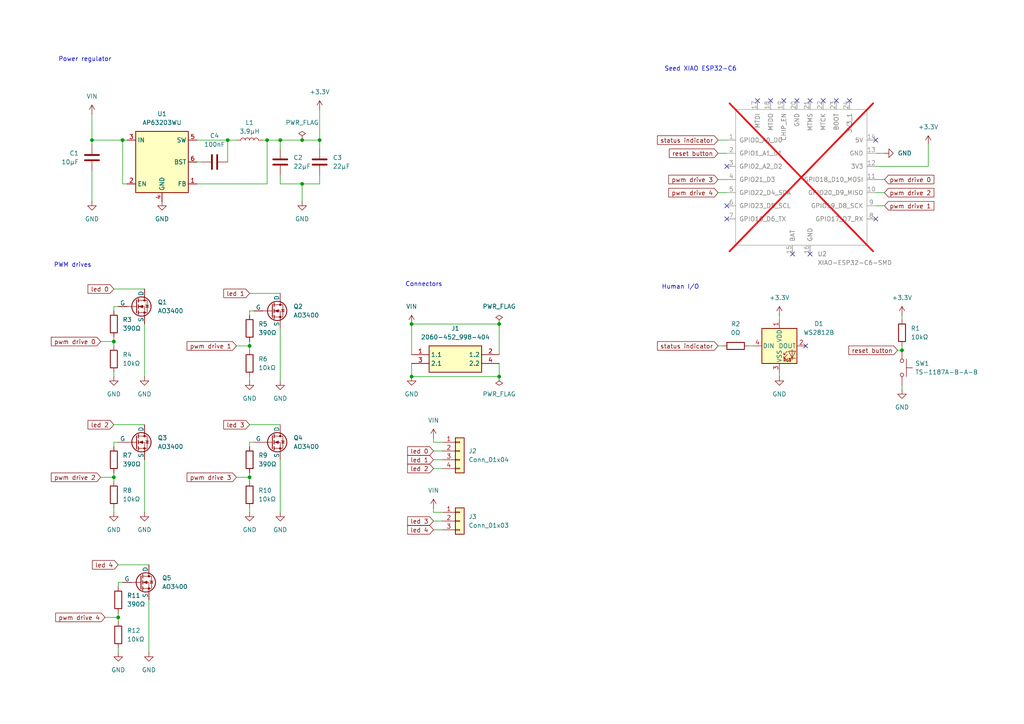
<source format=kicad_sch>
(kicad_sch (version 20250114) (generator "eeschema") (generator_version "9.0")
  (paper "A4")
  (title_block (title "e32wamb pcb") (date "2025-04-05") (company "wejn.org") (comment 1 "Licensed under CC BY-SA 4.0") (comment 2 "Open Source Hardware"))
  (lib_symbols
    (symbol "Connector_Generic:Conn_01x03" (pin_names (offset 1.016) (hide yes))
      (property "Reference" "J" (at 0 5.08 0))
      (property "Value" "Conn_01x03" (at 0 -5.08 0))
      (symbol "Conn_01x03_1_1"
        (rectangle (start -1.27 3.81) (end 1.27 -3.81) (stroke (width 0.254)) (fill (type background)))
        (rectangle (start -1.27 2.667) (end 0 2.413) (stroke (width 0.1524)))
        (rectangle (start -1.27 0.127) (end 0 -0.127) (stroke (width 0.1524)))
        (rectangle (start -1.27 -2.413) (end 0 -2.667) (stroke (width 0.1524)))
        (pin passive line (at -5.08 2.54 0) (length 3.81) (name "Pin_1") (number "1"))
        (pin passive line (at -5.08 0 0) (length 3.81) (name "Pin_2") (number "2"))
        (pin passive line (at -5.08 -2.54 0) (length 3.81) (name "Pin_3") (number "3"))
      )
    )
    (symbol "Connector_Generic:Conn_01x04" (pin_names (offset 1.016) (hide yes))
      (property "Reference" "J" (at 0 5.08 0))
      (property "Value" "Conn_01x04" (at 0 -7.62 0))
      (symbol "Conn_01x04_1_1"
        (rectangle (start -1.27 3.81) (end 1.27 -6.35) (stroke (width 0.254)) (fill (type background)))
        (rectangle (start -1.27 2.667) (end 0 2.413) (stroke (width 0.1524)))
        (rectangle (start -1.27 0.127) (end 0 -0.127) (stroke (width 0.1524)))
        (rectangle (start -1.27 -2.413) (end 0 -2.667) (stroke (width 0.1524)))
        (rectangle (start -1.27 -4.953) (end 0 -5.207) (stroke (width 0.1524)))
        (pin passive line (at -5.08 2.54 0) (length 3.81) (name "Pin_1") (number "1"))
        (pin passive line (at -5.08 0 0) (length 3.81) (name "Pin_2") (number "2"))
        (pin passive line (at -5.08 -2.54 0) (length 3.81) (name "Pin_3") (number "3"))
        (pin passive line (at -5.08 -5.08 0) (length 3.81) (name "Pin_4") (number "4"))
      )
    )
    (symbol "Device:C" (pin_numbers (hide yes)) (pin_names (offset 0.254))
      (property "Reference" "C" (at 0.635 2.54 0))
      (property "Value" "C" (at 0.635 -2.54 0))
      (symbol "C_0_1"
        (polyline (pts (xy -2.032 0.762) (xy 2.032 0.762)) (stroke (width 0.508)))
        (polyline (pts (xy -2.032 -0.762) (xy 2.032 -0.762)) (stroke (width 0.508)))
      )
      (symbol "C_1_1"
        (pin passive line (at 0 3.81 270) (length 2.794) (name "~") (number "1"))
        (pin passive line (at 0 -3.81 90) (length 2.794) (name "~") (number "2"))
      )
    )
    (symbol "Device:L" (pin_numbers (hide yes)) (pin_names (offset 1.016) (hide yes))
      (property "Reference" "L" (at -1.27 0 90))
      (property "Value" "L" (at 1.905 0 90))
      (symbol "L_0_1"
        (arc (start 0 2.54) (mid 0.6323 1.905) (end 0 1.27))
        (arc (start 0 1.27) (mid 0.6323 0.635) (end 0 0))
        (arc (start 0 0) (mid 0.6323 -0.635) (end 0 -1.27))
        (arc (start 0 -1.27) (mid 0.6323 -1.905) (end 0 -2.54))
      )
      (symbol "L_1_1"
        (pin passive line (at 0 3.81 270) (length 1.27) (name "1") (number "1"))
        (pin passive line (at 0 -3.81 90) (length 1.27) (name "2") (number "2"))
      )
    )
    (symbol "Device:R" (pin_numbers (hide yes)) (pin_names (offset 0))
      (property "Reference" "R" (at 2.032 0 90))
      (property "Value" "R" (at 0 0 90))
      (symbol "R_0_1"
        (rectangle (start -1.016 -2.54) (end 1.016 2.54) (stroke (width 0.254)))
      )
      (symbol "R_1_1"
        (pin passive line (at 0 3.81 270) (length 1.27) (name "~") (number "1"))
        (pin passive line (at 0 -3.81 90) (length 1.27) (name "~") (number "2"))
      )
    )
    (symbol "LED:WS2812B" (pin_names (offset 0.254))
      (property "Reference" "D" (at 5.08 5.715 0))
      (property "Value" "WS2812B" (at 1.27 -5.715 0))
      (symbol "WS2812B_0_0"
        (text "RGB" (at 2.286 -4.191 0) (effects (font (size 0.762 0.762))))
      )
      (symbol "WS2812B_0_1"
        (polyline (pts (xy 1.27 -2.54) (xy 1.778 -2.54)))
        (polyline (pts (xy 1.27 -3.556) (xy 1.778 -3.556)))
        (polyline (pts (xy 2.286 -1.524) (xy 1.27 -2.54) (xy 1.27 -2.032)))
        (polyline (pts (xy 2.286 -2.54) (xy 1.27 -3.556) (xy 1.27 -3.048)))
        (polyline (pts (xy 3.683 -1.016) (xy 3.683 -3.556) (xy 3.683 -4.064)))
        (polyline (pts (xy 4.699 -1.524) (xy 2.667 -1.524) (xy 3.683 -3.556) (xy 4.699 -1.524)))
        (polyline (pts (xy 4.699 -3.556) (xy 2.667 -3.556)))
        (rectangle (start 5.08 5.08) (end -5.08 -5.08) (stroke (width 0.254)) (fill (type background)))
      )
      (symbol "WS2812B_1_1"
        (pin input line (at -7.62 0 0) (length 2.54) (name "DIN") (number "4"))
        (pin power_in line (at 0 7.62 270) (length 2.54) (name "VDD") (number "1"))
        (pin power_in line (at 0 -7.62 90) (length 2.54) (name "VSS") (number "3"))
        (pin output line (at 7.62 0 180) (length 2.54) (name "DOUT") (number "2"))
      )
    )
    (symbol "Simulation_SPICE:NMOS" (pin_numbers (hide yes)) (pin_names (offset 0))
      (property "Reference" "Q" (at 5.08 1.27 0))
      (property "Value" "NMOS" (at 5.08 -1.27 0))
      (symbol "NMOS_0_1"
        (polyline (pts (xy 0.254 1.905) (xy 0.254 -1.905)) (stroke (width 0.254)))
        (polyline (pts (xy 0.254 0) (xy -2.54 0)))
        (polyline (pts (xy 0.762 2.286) (xy 0.762 1.27)) (stroke (width 0.254)))
        (polyline (pts (xy 0.762 0.508) (xy 0.762 -0.508)) (stroke (width 0.254)))
        (polyline (pts (xy 0.762 -1.27) (xy 0.762 -2.286)) (stroke (width 0.254)))
        (polyline (pts (xy 0.762 -1.778) (xy 3.302 -1.778) (xy 3.302 1.778) (xy 0.762 1.778)))
        (polyline (pts (xy 1.016 0) (xy 2.032 0.381) (xy 2.032 -0.381) (xy 1.016 0)) (fill (type outline)))
        (circle (center 1.651 0) (radius 2.794) (stroke (width 0.254)))
        (polyline (pts (xy 2.54 2.54) (xy 2.54 1.778)))
        (circle (center 2.54 1.778) (radius 0.254) (fill (type outline)))
        (circle (center 2.54 -1.778) (radius 0.254) (fill (type outline)))
        (polyline (pts (xy 2.54 -2.54) (xy 2.54 0) (xy 0.762 0)))
        (polyline (pts (xy 2.794 0.508) (xy 2.921 0.381) (xy 3.683 0.381) (xy 3.81 0.254)))
        (polyline (pts (xy 3.302 0.381) (xy 2.921 -0.254) (xy 3.683 -0.254) (xy 3.302 0.381)))
      )
      (symbol "NMOS_1_1"
        (pin input line (at -5.08 0 0) (length 2.54) (name "G") (number "2"))
        (pin passive line (at 2.54 5.08 270) (length 2.54) (name "D") (number "1"))
        (pin passive line (at 2.54 -5.08 90) (length 2.54) (name "S") (number "3"))
      )
    )
    (symbol "Switch:SW_Push" (pin_numbers (hide yes)) (pin_names (offset 1.016) (hide yes))
      (property "Reference" "SW" (at 1.27 2.54 0))
      (property "Value" "SW_Push" (at 0 -1.524 0))
      (symbol "SW_Push_0_1"
        (circle (center -2.032 0) (radius 0.508))
        (polyline (pts (xy 0 1.27) (xy 0 3.048)))
        (circle (center 2.032 0) (radius 0.508))
        (polyline (pts (xy 2.54 1.27) (xy -2.54 1.27)))
        (pin passive line (at -5.08 0 0) (length 2.54) (name "1") (number "1"))
        (pin passive line (at 5.08 0 180) (length 2.54) (name "2") (number "2"))
      )
    )
    (symbol "misc-lib:AP63203WU"
      (property "Reference" "U1" (at 0 10.16 0))
      (property "Value" "AP63203WU" (at 0 7.62 0))
      (symbol "AP63203WU_0_1"
        (rectangle (start -7.62 5.08) (end 7.62 -12.7) (stroke (width 0.254)) (fill (type background)))
      )
      (symbol "AP63203WU_1_1"
        (pin power_in line (at -10.16 2.54 0) (length 2.54) (name "IN") (number "3"))
        (pin input line (at -10.16 -10.16 0) (length 2.54) (name "EN") (number "2"))
        (pin power_in line (at 0 -15.24 90) (length 2.54) (name "GND") (number "4"))
        (pin power_out line (at 10.16 2.54 180) (length 2.54) (name "SW") (number "5"))
        (pin passive line (at 10.16 -3.81 180) (length 2.54) (name "BST") (number "6"))
        (pin input line (at 10.16 -10.16 180) (length 2.54) (name "FB") (number "1"))
      )
    )
    (symbol "power:+3.3V" (power) (pin_numbers (hide yes)) (pin_names (offset 0) (hide yes))
      (property "Value" "+3.3V" (at 0 3.556 0))
      (symbol "+3.3V_0_1"
        (polyline (pts (xy -0.762 1.27) (xy 0 2.54)))
        (polyline (pts (xy 0 2.54) (xy 0.762 1.27)))
        (polyline (pts (xy 0 0) (xy 0 2.54)))
      )
      (symbol "+3.3V_1_1"
        (pin power_in line (at 0 0 90) (length 0) (name "~") (number "1"))
      )
    )
    (symbol "power:GND" (power) (pin_numbers (hide yes)) (pin_names (offset 0) (hide yes))
      (property "Value" "GND" (at 0 -3.81 0))
      (symbol "GND_0_1"
        (polyline (pts (xy 0 0) (xy 0 -1.27) (xy 1.27 -1.27) (xy 0 -2.54) (xy -1.27 -1.27) (xy 0 -1.27)))
      )
      (symbol "GND_1_1"
        (pin power_in line (at 0 0 270) (length 0) (name "~") (number "1"))
      )
    )
    (symbol "power:PWR_FLAG" (power) (pin_numbers (hide yes)) (pin_names (offset 0) (hide yes))
      (property "Value" "PWR_FLAG" (at 0 3.81 0))
      (symbol "PWR_FLAG_0_0"
        (pin power_out line (at 0 0 90) (length 0) (name "~") (number "1"))
      )
      (symbol "PWR_FLAG_0_1"
        (polyline (pts (xy 0 0) (xy 0 1.27) (xy -1.016 1.905) (xy 0 2.54) (xy 1.016 1.905) (xy 0 1.27)))
      )
    )
    (symbol "power:VDC" (power) (pin_numbers (hide yes)) (pin_names (offset 0) (hide yes))
      (property "Value" "VDC" (at 0 3.556 0))
      (symbol "VDC_0_1"
        (polyline (pts (xy -0.762 1.27) (xy 0 2.54)))
        (polyline (pts (xy 0 2.54) (xy 0.762 1.27)))
        (polyline (pts (xy 0 0) (xy 0 2.54)))
      )
      (symbol "VDC_1_1"
        (pin power_in line (at 0 0 90) (length 0) (name "~") (number "1"))
      )
    )
    (symbol "wago:2060-452_998-404"
      (property "Reference" "J" (at 21.59 7.62 0))
      (property "Value" "2060-452_998-404" (at 21.59 5.08 0))
      (symbol "2060-452_998-404_1_1"
        (rectangle (start 5.08 2.54) (end 20.32 -5.08) (stroke (width 0.254)) (fill (type background)))
        (pin passive line (at 0 0 0) (length 5.08) (name "1.1") (number "1"))
        (pin passive line (at 0 -2.54 0) (length 5.08) (name "2.1") (number "3"))
        (pin passive line (at 25.4 0 180) (length 5.08) (name "1.2") (number "2"))
        (pin passive line (at 25.4 -2.54 180) (length 5.08) (name "2.2") (number "4"))
      )
    )
    (symbol "xiao:XIAO-ESP32-C6-SMD" (pin_names (offset 1.016))
      (property "Reference" "U" (at -18.542 23.114 0))
      (property "Value" "XIAO-ESP32-S3-SMD" (at -8.382 21.336 0))
      (symbol "XIAO-ESP32-C6-SMD_0_1"
        (rectangle (start 19.05 -19.05) (end -19.05 20.32))
      )
      (symbol "XIAO-ESP32-C6-SMD_1_1"
        (pin passive line (at -21.59 11.43 0) (length 2.54) (name "GPIO0_A0_D0") (number "1"))
        (pin passive line (at -21.59 7.62 0) (length 2.54) (name "GPIO1_A1_D1") (number "2"))
        (pin passive line (at -21.59 3.81 0) (length 2.54) (name "GPIO2_A2_D2") (number "3"))
        (pin passive line (at -21.59 0 0) (length 2.54) (name "GPIO21_D3") (number "4"))
        (pin passive line (at -21.59 -3.81 0) (length 2.54) (name "GPIO22_D4_SDA") (number "5"))
        (pin passive line (at -21.59 -7.62 0) (length 2.54) (name "GPIO23_D5_SCL") (number "6"))
        (pin passive line (at -21.59 -11.43 0) (length 2.54) (name "GPIO16_D6_TX") (number "7"))
        (pin passive line (at -12.7 22.86 270) (length 2.54) (name "MTDI") (number "17"))
        (pin passive line (at -8.89 22.86 270) (length 2.54) (name "MTDO") (number "18"))
        (pin passive line (at -5.08 22.86 270) (length 2.54) (name "CHIP_EN") (number "19"))
        (pin passive line (at -2.54 -21.59 90) (length 2.54) (name "BAT") (number "15"))
        (pin passive line (at -1.27 22.86 270) (length 2.54) (name "GND") (number "20"))
        (pin passive line (at 2.54 22.86 270) (length 2.54) (name "MTMS") (number "21"))
        (pin passive line (at 2.54 -21.59 90) (length 2.54) (name "GND") (number "16"))
        (pin passive line (at 6.35 22.86 270) (length 2.54) (name "MTCK") (number "22"))
        (pin passive line (at 10.16 22.86 270) (length 2.54) (name "BOOT") (number "23"))
        (pin passive line (at 13.97 22.86 270) (length 2.54) (name "3V3_1") (number "24"))
        (pin passive line (at 21.59 11.43 180) (length 2.54) (name "5V") (number "14"))
        (pin passive line (at 21.59 7.62 180) (length 2.54) (name "GND") (number "13"))
        (pin passive line (at 21.59 3.81 180) (length 2.54) (name "3V3") (number "12"))
        (pin passive line (at 21.59 0 180) (length 2.54) (name "GPIO18_D10_MOSI") (number "11"))
        (pin passive line (at 21.59 -3.81 180) (length 2.54) (name "GPIO20_D9_MISO") (number "10"))
        (pin passive line (at 21.59 -7.62 180) (length 2.54) (name "GPIO19_D8_SCK") (number "9"))
        (pin passive line (at 21.59 -11.43 180) (length 2.54) (name "GPIO17_D7_RX") (number "8"))
      )
    )
  )
  (text "Human I/O" (at 197.358 83.312 0) (effects (font (size 1.27 1.27))))
  (text "PWM drives\n" (at 21.082 76.962 0) (effects (font (size 1.27 1.27))))
  (text "Connectors" (at 122.936 82.55 0) (effects (font (size 1.27 1.27))))
  (text "Seed XIAO ESP32-C6" (at 203.2 20.066 0) (effects (font (size 1.27 1.27))))
  (text "Power regulator" (at 24.638 17.272 0) (effects (font (size 1.27 1.27))))
  (junction (at 81.28 40.64))
  (junction (at 66.04 40.64))
  (junction (at 35.56 40.64))
  (junction (at 77.47 40.64))
  (junction (at 92.71 40.64))
  (junction (at 144.78 109.22))
  (junction (at 144.78 93.98))
  (junction (at 119.38 109.22))
  (junction (at 261.62 101.6))
  (junction (at 87.63 40.64))
  (junction (at 34.29 179.07))
  (junction (at 33.02 138.43))
  (junction (at 72.39 100.33))
  (junction (at 72.39 138.43))
  (junction (at 87.63 53.34))
  (junction (at 119.38 93.98))
  (junction (at 33.02 99.06))
  (junction (at 26.67 40.64))
  (no_connect (at 254 40.64))
  (no_connect (at 234.95 29.21))
  (no_connect (at 227.33 29.21))
  (no_connect (at 210.82 63.5))
  (no_connect (at 233.68 100.33))
  (no_connect (at 234.95 73.66))
  (no_connect (at 229.87 73.66))
  (no_connect (at 231.14 29.21))
  (no_connect (at 242.57 29.21))
  (no_connect (at 219.71 29.21))
  (no_connect (at 210.82 48.26))
  (no_connect (at 254 63.5))
  (no_connect (at 246.38 29.21))
  (no_connect (at 223.52 29.21))
  (no_connect (at 238.76 29.21))
  (no_connect (at 210.82 59.69))
  (wire (pts (xy 35.56 53.34) (xy 36.83 53.34)))
  (wire (pts (xy 26.67 40.64) (xy 26.67 41.91)))
  (wire (pts (xy 72.39 109.22) (xy 72.39 110.49)))
  (wire (pts (xy 87.63 53.34) (xy 87.63 58.42)))
  (wire (pts (xy 261.62 91.44) (xy 261.62 92.71)))
  (wire (pts (xy 144.78 102.87) (xy 144.78 93.98)))
  (wire (pts (xy 226.06 107.95) (xy 226.06 109.22)))
  (wire (pts (xy 73.66 90.17) (xy 72.39 90.17)))
  (wire (pts (xy 66.04 40.64) (xy 68.58 40.64)))
  (wire (pts (xy 119.38 105.41) (xy 119.38 109.22)))
  (wire (pts (xy 72.39 137.16) (xy 72.39 138.43)))
  (wire (pts (xy 34.29 187.96) (xy 34.29 189.23)))
  (wire (pts (xy 57.15 53.34) (xy 77.47 53.34)))
  (wire (pts (xy 77.47 40.64) (xy 81.28 40.64)))
  (wire (pts (xy 68.58 138.43) (xy 72.39 138.43)))
  (wire (pts (xy 125.73 127) (xy 125.73 128.27)))
  (wire (pts (xy 144.78 109.22) (xy 144.78 105.41)))
  (wire (pts (xy 72.39 147.32) (xy 72.39 148.59)))
  (wire (pts (xy 35.56 40.64) (xy 35.56 53.34)))
  (wire (pts (xy 26.67 49.53) (xy 26.67 58.42)))
  (wire (pts (xy 29.21 138.43) (xy 33.02 138.43)))
  (wire (pts (xy 81.28 40.64) (xy 87.63 40.64)))
  (wire (pts (xy 34.29 128.27) (xy 33.02 128.27)))
  (wire (pts (xy 34.29 163.83) (xy 43.18 163.83)))
  (wire (pts (xy 125.73 135.89) (xy 128.27 135.89)))
  (wire (pts (xy 254 52.07) (xy 256.54 52.07)))
  (wire (pts (xy 81.28 133.35) (xy 81.28 148.59)))
  (wire (pts (xy 87.63 53.34) (xy 92.71 53.34)))
  (wire (pts (xy 92.71 40.64) (xy 92.71 43.18)))
  (wire (pts (xy 72.39 99.06) (xy 72.39 100.33)))
  (wire (pts (xy 77.47 53.34) (xy 77.47 40.64)))
  (wire (pts (xy 217.17 100.33) (xy 218.44 100.33)))
  (wire (pts (xy 261.62 111.76) (xy 261.62 113.03)))
  (wire (pts (xy 260.35 101.6) (xy 261.62 101.6)))
  (wire (pts (xy 33.02 107.95) (xy 33.02 109.22)))
  (wire (pts (xy 73.66 128.27) (xy 72.39 128.27)))
  (wire (pts (xy 57.15 46.99) (xy 58.42 46.99)))
  (wire (pts (xy 26.67 40.64) (xy 26.67 33.02)))
  (wire (pts (xy 119.38 93.98) (xy 144.78 93.98)))
  (wire (pts (xy 34.29 180.34) (xy 34.29 179.07)))
  (wire (pts (xy 269.24 41.91) (xy 269.24 48.26)))
  (wire (pts (xy 33.02 137.16) (xy 33.02 138.43)))
  (wire (pts (xy 35.56 40.64) (xy 36.83 40.64)))
  (wire (pts (xy 41.91 133.35) (xy 41.91 148.59)))
  (wire (pts (xy 66.04 46.99) (xy 66.04 40.64)))
  (wire (pts (xy 125.73 133.35) (xy 128.27 133.35)))
  (wire (pts (xy 125.73 147.32) (xy 125.73 148.59)))
  (wire (pts (xy 92.71 31.75) (xy 92.71 40.64)))
  (wire (pts (xy 254 44.45) (xy 256.54 44.45)))
  (wire (pts (xy 29.21 99.06) (xy 33.02 99.06)))
  (wire (pts (xy 33.02 83.82) (xy 41.91 83.82)))
  (wire (pts (xy 72.39 85.09) (xy 81.28 85.09)))
  (wire (pts (xy 81.28 53.34) (xy 87.63 53.34)))
  (wire (pts (xy 254 59.69) (xy 256.54 59.69)))
  (wire (pts (xy 33.02 123.19) (xy 41.91 123.19)))
  (wire (pts (xy 226.06 91.44) (xy 226.06 92.71)))
  (wire (pts (xy 119.38 93.98) (xy 119.38 102.87)))
  (wire (pts (xy 254 55.88) (xy 256.54 55.88)))
  (wire (pts (xy 34.29 88.9) (xy 33.02 88.9)))
  (wire (pts (xy 125.73 153.67) (xy 128.27 153.67)))
  (wire (pts (xy 72.39 101.6) (xy 72.39 100.33)))
  (wire (pts (xy 72.39 90.17) (xy 72.39 91.44)))
  (wire (pts (xy 34.29 168.91) (xy 34.29 170.18)))
  (wire (pts (xy 57.15 40.64) (xy 66.04 40.64)))
  (wire (pts (xy 35.56 168.91) (xy 34.29 168.91)))
  (wire (pts (xy 208.28 40.64) (xy 210.82 40.64)))
  (wire (pts (xy 81.28 40.64) (xy 81.28 43.18)))
  (wire (pts (xy 125.73 130.81) (xy 128.27 130.81)))
  (wire (pts (xy 269.24 48.26) (xy 254 48.26)))
  (wire (pts (xy 72.39 139.7) (xy 72.39 138.43)))
  (wire (pts (xy 125.73 128.27) (xy 128.27 128.27)))
  (wire (pts (xy 81.28 53.34) (xy 81.28 50.8)))
  (wire (pts (xy 30.48 179.07) (xy 34.29 179.07)))
  (wire (pts (xy 33.02 88.9) (xy 33.02 90.17)))
  (wire (pts (xy 33.02 97.79) (xy 33.02 99.06)))
  (wire (pts (xy 125.73 151.13) (xy 128.27 151.13)))
  (wire (pts (xy 26.67 40.64) (xy 35.56 40.64)))
  (wire (pts (xy 43.18 173.99) (xy 43.18 189.23)))
  (wire (pts (xy 81.28 95.25) (xy 81.28 110.49)))
  (wire (pts (xy 33.02 128.27) (xy 33.02 129.54)))
  (wire (pts (xy 33.02 100.33) (xy 33.02 99.06)))
  (wire (pts (xy 125.73 148.59) (xy 128.27 148.59)))
  (wire (pts (xy 33.02 139.7) (xy 33.02 138.43)))
  (wire (pts (xy 72.39 123.19) (xy 81.28 123.19)))
  (wire (pts (xy 68.58 100.33) (xy 72.39 100.33)))
  (wire (pts (xy 208.28 52.07) (xy 210.82 52.07)))
  (wire (pts (xy 87.63 40.64) (xy 92.71 40.64)))
  (wire (pts (xy 119.38 109.22) (xy 144.78 109.22)))
  (wire (pts (xy 208.28 44.45) (xy 210.82 44.45)))
  (wire (pts (xy 76.2 40.64) (xy 77.47 40.64)))
  (wire (pts (xy 261.62 100.33) (xy 261.62 101.6)))
  (wire (pts (xy 41.91 93.98) (xy 41.91 109.22)))
  (wire (pts (xy 33.02 147.32) (xy 33.02 148.59)))
  (wire (pts (xy 72.39 128.27) (xy 72.39 129.54)))
  (wire (pts (xy 92.71 53.34) (xy 92.71 50.8)))
  (wire (pts (xy 34.29 177.8) (xy 34.29 179.07)))
  (wire (pts (xy 208.28 55.88) (xy 210.82 55.88)))
  (wire (pts (xy 208.28 100.33) (xy 209.55 100.33)))
  (global_label "pwm drive 3" (shape input) (at 208.28 52.07 180) (property "Intersheetrefs" "${INTERSHEET_REFS}" (effects (hide yes))))
  (global_label "pwm drive 0" (shape input) (at 256.54 52.07 0) (property "Intersheetrefs" "${INTERSHEET_REFS}" (effects (hide yes))))
  (global_label "led 2" (shape input) (at 33.02 123.19 180) (property "Intersheetrefs" "${INTERSHEET_REFS}" (effects (hide yes))))
  (global_label "pwm drive 3" (shape input) (at 68.58 138.43 180) (property "Intersheetrefs" "${INTERSHEET_REFS}" (effects (hide yes))))
  (global_label "pwm drive 4" (shape input) (at 208.28 55.88 180) (property "Intersheetrefs" "${INTERSHEET_REFS}" (effects (hide yes))))
  (global_label "led 0" (shape input) (at 125.73 130.81 180) (property "Intersheetrefs" "${INTERSHEET_REFS}" (effects (hide yes))))
  (global_label "led 1" (shape input) (at 72.39 85.09 180) (property "Intersheetrefs" "${INTERSHEET_REFS}" (effects (hide yes))))
  (global_label "reset button" (shape input) (at 208.28 44.45 180) (property "Intersheetrefs" "${INTERSHEET_REFS}" (effects (hide yes))))
  (global_label "status indicator" (shape input) (at 208.28 100.33 180) (property "Intersheetrefs" "${INTERSHEET_REFS}" (effects (hide yes))))
  (global_label "led 3" (shape input) (at 72.39 123.19 180) (property "Intersheetrefs" "${INTERSHEET_REFS}" (effects (hide yes))))
  (global_label "led 0" (shape input) (at 33.02 83.82 180) (property "Intersheetrefs" "${INTERSHEET_REFS}" (effects (hide yes))))
  (global_label "pwm drive 2" (shape input) (at 256.54 55.88 0) (property "Intersheetrefs" "${INTERSHEET_REFS}" (effects (hide yes))))
  (global_label "pwm drive 1" (shape input) (at 68.58 100.33 180) (property "Intersheetrefs" "${INTERSHEET_REFS}" (effects (hide yes))))
  (global_label "led 2" (shape input) (at 125.73 135.89 180) (property "Intersheetrefs" "${INTERSHEET_REFS}" (effects (hide yes))))
  (global_label "led 1" (shape input) (at 125.73 133.35 180) (property "Intersheetrefs" "${INTERSHEET_REFS}" (effects (hide yes))))
  (global_label "pwm drive 2" (shape input) (at 29.21 138.43 180) (property "Intersheetrefs" "${INTERSHEET_REFS}" (effects (hide yes))))
  (global_label "pwm drive 1" (shape input) (at 256.54 59.69 0) (property "Intersheetrefs" "${INTERSHEET_REFS}" (effects (hide yes))))
  (global_label "led 4" (shape input) (at 125.73 153.67 180) (property "Intersheetrefs" "${INTERSHEET_REFS}" (effects (hide yes))))
  (global_label "pwm drive 4" (shape input) (at 30.48 179.07 180) (property "Intersheetrefs" "${INTERSHEET_REFS}" (effects (hide yes))))
  (global_label "pwm drive 0" (shape input) (at 29.21 99.06 180) (property "Intersheetrefs" "${INTERSHEET_REFS}" (effects (hide yes))))
  (global_label "status indicator" (shape input) (at 208.28 40.64 180) (property "Intersheetrefs" "${INTERSHEET_REFS}" (effects (hide yes))))
  (global_label "led 4" (shape input) (at 34.29 163.83 180) (property "Intersheetrefs" "${INTERSHEET_REFS}" (effects (hide yes))))
  (global_label "reset button" (shape input) (at 260.35 101.6 180) (property "Intersheetrefs" "${INTERSHEET_REFS}" (effects (hide yes))))
  (global_label "led 3" (shape input) (at 125.73 151.13 180) (property "Intersheetrefs" "${INTERSHEET_REFS}" (effects (hide yes))))
  (symbol (lib_id "power:PWR_FLAG") (at 87.63 40.64 0) (unit 1)
    (property "Reference" "#FLG01" (effects (hide yes)))
    (property "Value" "PWR_FLAG" (at 87.63 35.56 0))
    (property "Description" "Special symbol for telling ERC where power comes from" (effects (hide yes)))
  )
  (symbol (lib_id "Switch:SW_Push") (at 261.62 106.68 270) (unit 1)
    (property "Reference" "SW1" (at 265.43 105.4099 90) (effects (justify left)))
    (property "Value" "TS-1187A-B-A-B" (at 265.43 107.9499 90) (effects (justify left)))
    (property "Footprint" "Button_Switch_SMD:SW_Push_1P1T_XKB_TS-1187A" (effects (hide yes)))
    (property "Datasheet" "https://jlcpcb.com/api/file/downloadByFileSystemAccessId/8550724022091735041" (effects (hide yes)))
    (property "Description" "Push button switch, generic, four pins" (effects (hide yes)))
    (property "LCSC" "C318884" (effects (hide yes)))
  )
  (symbol (lib_id "Device:C") (at 62.23 46.99 270) (unit 1)
    (property "Reference" "C4" (at 62.23 39.37 90))
    (property "Value" "100nF" (at 62.23 41.91 90))
    (property "Footprint" "Capacitor_SMD:C_0603_1608Metric" (effects (hide yes)))
    (property "Description" "100nF, 50V, MLCC" (effects (hide yes)))
    (property "LCSC" "C14663" (effects (hide yes)))
  )
  (symbol (lib_id "power:GND") (at 46.99 58.42 0) (unit 1)
    (property "Reference" "#PWR04" (effects (hide yes)))
    (property "Value" "GND" (at 46.99 63.5 0))
    (property "Description" "Power symbol creates a global label with name \"GND\" , ground" (effects (hide yes)))
  )
  (symbol (lib_id "power:GND") (at 26.67 58.42 0) (unit 1)
    (property "Reference" "#PWR02" (effects (hide yes)))
    (property "Value" "GND" (at 26.67 63.5 0))
    (property "Description" "Power symbol creates a global label with name \"GND\" , ground" (effects (hide yes)))
  )
  (symbol (lib_id "Device:R") (at 213.36 100.33 90) (unit 1)
    (property "Reference" "R2" (at 213.36 93.98 90))
    (property "Value" "0Ω" (at 213.36 96.52 90))
    (property "Footprint" "Resistor_SMD:R_0603_1608Metric" (effects (hide yes)))
    (property "Description" "Resistor" (effects (hide yes)))
    (property "LCSC" "C21189" (effects (hide yes)))
  )
  (symbol (lib_id "Device:R") (at 33.02 143.51 0) (unit 1)
    (property "Reference" "R8" (at 35.56 142.2399 0) (effects (justify left)))
    (property "Value" "10kΩ" (at 35.56 144.7799 0) (effects (justify left)))
    (property "Footprint" "Resistor_SMD:R_0603_1608Metric" (effects (hide yes)))
    (property "Description" "Resistor" (effects (hide yes)))
    (property "LCSC" "C25804" (effects (hide yes)))
  )
  (symbol (lib_id "Device:L") (at 72.39 40.64 90) (unit 1)
    (property "Reference" "L1" (at 72.39 35.56 90))
    (property "Value" "3.9μH" (at 72.39 38.1 90))
    (property "Footprint" "Inductor_SMD:L_Sunlord_SWPA4030S" (effects (hide yes)))
    (property "Datasheet" "https://jlcpcb.com/api/file/downloadByFileSystemAccessId/8589784985633779712" (effects (hide yes)))
    (property "Description" "Inductor 2.1A +-20%" (effects (hide yes)))
    (property "LCSC" "C96899" (effects (hide yes)))
    (property "PartNo" "SWPA4030S3R9MT" (effects (hide yes)))
  )
  (symbol (lib_id "Simulation_SPICE:NMOS") (at 78.74 90.17 0) (unit 1)
    (property "Reference" "Q2" (at 85.09 88.8999 0) (effects (justify left)))
    (property "Value" "AO3400" (at 85.09 91.4399 0) (effects (justify left)))
    (property "Footprint" "Package_TO_SOT_SMD:SOT-23-3" (effects (hide yes)))
    (property "Datasheet" "https://jlcpcb.com/api/file/downloadByFileSystemAccessId/8590235750643511296" (effects (hide yes)))
    (property "Description" "N-MOSFET transistor, drain/source/gate" (effects (hide yes)))
    (property "Sim.Device" "NMOS" (effects (hide yes)))
    (property "Sim.Type" "VDMOS" (effects (hide yes)))
    (property "Sim.Pins" "1=D 2=G 3=S" (effects (hide yes)))
    (property "LCSC" "C4748804" (effects (hide yes)))
    (property "Alternates" "DMN3053L-7, IRLML6344TRPBF" (effects (hide yes)))
  )
  (symbol (lib_id "Simulation_SPICE:NMOS") (at 40.64 168.91 0) (unit 1)
    (property "Reference" "Q5" (at 46.99 167.6399 0) (effects (justify left)))
    (property "Value" "AO3400" (at 46.99 170.1799 0) (effects (justify left)))
    (property "Footprint" "Package_TO_SOT_SMD:SOT-23-3" (effects (hide yes)))
    (property "Datasheet" "https://jlcpcb.com/api/file/downloadByFileSystemAccessId/8590235750643511296" (effects (hide yes)))
    (property "Description" "N-MOSFET transistor, drain/source/gate" (effects (hide yes)))
    (property "Sim.Device" "NMOS" (effects (hide yes)))
    (property "Sim.Type" "VDMOS" (effects (hide yes)))
    (property "Sim.Pins" "1=D 2=G 3=S" (effects (hide yes)))
    (property "LCSC" "C4748804" (effects (hide yes)))
    (property "Alternates" "DMN3053L-7, IRLML6344TRPBF" (effects (hide yes)))
  )
  (symbol (lib_id "power:GND") (at 81.28 110.49 0) (unit 1)
    (property "Reference" "#PWR015" (effects (hide yes)))
    (property "Value" "GND" (at 81.28 115.57 0))
    (property "Description" "Power symbol creates a global label with name \"GND\" , ground" (effects (hide yes)))
  )
  (symbol (lib_id "power:GND") (at 43.18 189.23 0) (unit 1)
    (property "Reference" "#PWR021" (effects (hide yes)))
    (property "Value" "GND" (at 43.18 194.31 0))
    (property "Description" "Power symbol creates a global label with name \"GND\" , ground" (effects (hide yes)))
  )
  (symbol (lib_id "power:VDC") (at 125.73 127 0) (unit 1)
    (property "Reference" "#PWR022" (effects (hide yes)))
    (property "Value" "VIN" (at 125.73 121.92 0))
    (property "Description" "Power symbol creates a global label with name \"VDC\"" (effects (hide yes)))
  )
  (symbol (lib_id "power:PWR_FLAG") (at 144.78 93.98 0) (unit 1)
    (property "Reference" "#FLG02" (effects (hide yes)))
    (property "Value" "PWR_FLAG" (at 144.78 88.9 0))
    (property "Description" "Special symbol for telling ERC where power comes from" (effects (hide yes)))
  )
  (symbol (lib_id "Device:R") (at 72.39 95.25 0) (unit 1)
    (property "Reference" "R5" (at 74.93 93.9799 0) (effects (justify left)))
    (property "Value" "390Ω" (at 74.93 96.5199 0) (effects (justify left)))
    (property "Footprint" "Resistor_SMD:R_0603_1608Metric" (effects (hide yes)))
    (property "Description" "Resistor" (effects (hide yes)))
    (property "LCSC" "C23151" (effects (hide yes)))
  )
  (symbol (lib_id "power:+3.3V") (at 269.24 41.91 0) (unit 1)
    (property "Reference" "#PWR07" (effects (hide yes)))
    (property "Value" "+3.3V" (at 269.24 36.83 0))
    (property "Description" "Power symbol creates a global label with name \"+3.3V\"" (effects (hide yes)))
  )
  (symbol (lib_id "power:GND") (at 41.91 148.59 0) (unit 1)
    (property "Reference" "#PWR017" (effects (hide yes)))
    (property "Value" "GND" (at 41.91 153.67 0))
    (property "Description" "Power symbol creates a global label with name \"GND\" , ground" (effects (hide yes)))
  )
  (symbol (lib_id "power:PWR_FLAG") (at 144.78 109.22 180) (unit 1)
    (property "Reference" "#FLG03" (effects (hide yes)))
    (property "Value" "PWR_FLAG" (at 144.78 114.3 0))
    (property "Description" "Special symbol for telling ERC where power comes from" (effects (hide yes)))
  )
  (symbol (lib_id "power:GND") (at 119.38 109.22 0) (unit 1)
    (property "Reference" "#PWR024" (effects (hide yes)))
    (property "Value" "GND" (at 119.38 114.3 0))
    (property "Description" "Power symbol creates a global label with name \"GND\" , ground" (effects (hide yes)))
  )
  (symbol (lib_id "Device:R") (at 33.02 104.14 0) (unit 1)
    (property "Reference" "R4" (at 35.56 102.8699 0) (effects (justify left)))
    (property "Value" "10kΩ" (at 35.56 105.4099 0) (effects (justify left)))
    (property "Footprint" "Resistor_SMD:R_0603_1608Metric" (effects (hide yes)))
    (property "Description" "Resistor" (effects (hide yes)))
    (property "LCSC" "C25804" (effects (hide yes)))
  )
  (symbol (lib_id "Device:R") (at 72.39 143.51 0) (unit 1)
    (property "Reference" "R10" (at 74.93 142.2399 0) (effects (justify left)))
    (property "Value" "10kΩ" (at 74.93 144.7799 0) (effects (justify left)))
    (property "Footprint" "Resistor_SMD:R_0603_1608Metric" (effects (hide yes)))
    (property "Description" "Resistor" (effects (hide yes)))
    (property "LCSC" "C25804" (effects (hide yes)))
  )
  (symbol (lib_id "power:GND") (at 261.62 113.03 0) (unit 1)
    (property "Reference" "#PWR010" (effects (hide yes)))
    (property "Value" "GND" (at 261.62 118.11 0))
    (property "Description" "Power symbol creates a global label with name \"GND\" , ground" (effects (hide yes)))
  )
  (symbol (lib_id "power:GND") (at 87.63 58.42 0) (unit 1)
    (property "Reference" "#PWR05" (effects (hide yes)))
    (property "Value" "GND" (at 87.63 63.5 0))
    (property "Description" "Power symbol creates a global label with name \"GND\" , ground" (effects (hide yes)))
  )
  (symbol (lib_id "power:GND") (at 72.39 148.59 0) (unit 1)
    (property "Reference" "#PWR018" (effects (hide yes)))
    (property "Value" "GND" (at 72.39 153.67 0))
    (property "Description" "Power symbol creates a global label with name \"GND\" , ground" (effects (hide yes)))
  )
  (symbol (lib_id "Connector_Generic:Conn_01x04") (at 133.35 130.81 0) (unit 1)
    (property "Reference" "J2" (at 135.89 130.8099 0) (effects (justify left)))
    (property "Value" "Conn_01x04" (at 135.89 133.3499 0) (effects (justify left)))
    (property "Footprint" "Connector_JST:JST_PH_S4B-PH-SM4-TB_1x04-1MP_P2.00mm_Horizontal" (effects (hide yes)))
    (property "Datasheet" "https://jlcpcb.com/api/file/downloadByFileSystemAccessId/8588902717704318976" (effects (hide yes)))
    (property "Description" "JST PH 4p" (effects (hide yes)))
    (property "LCSC" "C265102" (effects (hide yes)))
    (property "Manufacturer_Part_Number" "S4B-PH-SM4-TB" (effects (hide yes)))
  )
  (symbol (lib_id "power:VDC") (at 125.73 147.32 0) (unit 1)
    (property "Reference" "#PWR023" (effects (hide yes)))
    (property "Value" "VIN" (at 125.73 142.24 0))
    (property "Description" "Power symbol creates a global label with name \"VDC\"" (effects (hide yes)))
  )
  (symbol (lib_id "wago:2060-452_998-404") (at 119.38 102.87 0) (unit 1)
    (property "Reference" "J1" (at 132.08 95.25 0))
    (property "Value" "2060-452_998-404" (at 132.08 97.79 0))
    (property "Footprint" "wago-connector:2060452998404" (effects (hide yes)))
    (property "Datasheet" "https://www.wago.com/2060-452/998-404" (effects (hide yes)))
    (property "Description" "SMD PCB terminal block; push-button; 0.75 mm; Pin spacing 4 mm; 2-pole; Push-in CAGE CLAMP; in tape-and-reel packaging" (effects (hide yes)))
    (property "Height" "4.5" (effects (hide yes)))
    (property "Manufacturer_Name" "Wago" (effects (hide yes)))
    (property "Manufacturer_Part_Number" "2060-452/998-404" (effects (hide yes)))
    (property "Arrow Part Number" "2060-452/998-404" (effects (hide yes)))
    (property "Arrow Price/Stock" "https://www.arrow.com/en/products/2060-452998-404/wago-kontakttechnik-gmbh?utm_currency=USD&region=europe" (effects (hide yes)))
    (property "LCSC" "C2765055" (effects (hide yes)))
  )
  (symbol (lib_id "power:GND") (at 41.91 109.22 0) (unit 1)
    (property "Reference" "#PWR013" (effects (hide yes)))
    (property "Value" "GND" (at 41.91 114.3 0))
    (property "Description" "Power symbol creates a global label with name \"GND\" , ground" (effects (hide yes)))
  )
  (symbol (lib_id "power:GND") (at 226.06 109.22 0) (unit 1)
    (property "Reference" "#PWR011" (effects (hide yes)))
    (property "Value" "GND" (at 226.06 114.3 0))
    (property "Description" "Power symbol creates a global label with name \"GND\" , ground" (effects (hide yes)))
  )
  (symbol (lib_id "power:GND") (at 81.28 148.59 0) (unit 1)
    (property "Reference" "#PWR019" (effects (hide yes)))
    (property "Value" "GND" (at 81.28 153.67 0))
    (property "Description" "Power symbol creates a global label with name \"GND\" , ground" (effects (hide yes)))
  )
  (symbol (lib_id "Device:R") (at 261.62 96.52 0) (unit 1)
    (property "Reference" "R1" (at 264.16 95.2499 0) (effects (justify left)))
    (property "Value" "10kΩ" (at 264.16 97.7899 0) (effects (justify left)))
    (property "Footprint" "Resistor_SMD:R_0603_1608Metric" (effects (hide yes)))
    (property "Description" "Resistor" (effects (hide yes)))
    (property "LCSC" "C25804" (effects (hide yes)))
  )
  (symbol (lib_id "xiao:XIAO-ESP32-C6-SMD") (at 232.41 52.07 0) (unit 1) (dnp yes)
    (property "Reference" "U2" (at 237.0933 73.66 0) (effects (justify left)))
    (property "Value" "XIAO-ESP32-C6-SMD" (at 237.0933 76.2 0) (effects (justify left)))
    (property "Footprint" "xiao:XIAO-ESP32C6-SMD" (effects (hide yes)))
    (property "Datasheet" "https://files.seeedstudio.com/wiki/SeeedStudio-XIAO-ESP32C6/res/esp32-c6_datasheet_en.pdf" (effects (hide yes)))
    (property "Source" "https://www.seeedstudio.com/Seeed-Studio-XIAO-ESP32C6-p-5884.html" (effects (hide yes)))
  )
  (symbol (lib_id "power:VDC") (at 119.38 93.98 0) (unit 1)
    (property "Reference" "#PWR025" (effects (hide yes)))
    (property "Value" "VIN" (at 119.38 88.9 0))
    (property "Description" "Power symbol creates a global label with name \"VDC\"" (effects (hide yes)))
  )
  (symbol (lib_id "power:GND") (at 34.29 189.23 0) (unit 1)
    (property "Reference" "#PWR020" (effects (hide yes)))
    (property "Value" "GND" (at 34.29 194.31 0))
    (property "Description" "Power symbol creates a global label with name \"GND\" , ground" (effects (hide yes)))
  )
  (symbol (lib_id "Device:C") (at 92.71 46.99 0) (unit 1)
    (property "Reference" "C3" (at 96.52 45.7199 0) (effects (justify left)))
    (property "Value" "22μF" (at 96.52 48.2599 0) (effects (justify left)))
    (property "Footprint" "Capacitor_SMD:C_0603_1608Metric" (effects (hide yes)))
    (property "Description" "25V MLCC" (effects (hide yes)))
    (property "LCSC" "C12891" (effects (hide yes)))
  )
  (symbol (lib_id "Device:R") (at 34.29 184.15 0) (unit 1)
    (property "Reference" "R12" (at 36.83 182.8799 0) (effects (justify left)))
    (property "Value" "10kΩ" (at 36.83 185.4199 0) (effects (justify left)))
    (property "Footprint" "Resistor_SMD:R_0603_1608Metric" (effects (hide yes)))
    (property "Description" "Resistor" (effects (hide yes)))
    (property "LCSC" "C25804" (effects (hide yes)))
  )
  (symbol (lib_id "power:GND") (at 33.02 148.59 0) (unit 1)
    (property "Reference" "#PWR016" (effects (hide yes)))
    (property "Value" "GND" (at 33.02 153.67 0))
    (property "Description" "Power symbol creates a global label with name \"GND\" , ground" (effects (hide yes)))
  )
  (symbol (lib_id "Device:R") (at 34.29 173.99 0) (unit 1)
    (property "Reference" "R11" (at 36.83 172.7199 0) (effects (justify left)))
    (property "Value" "390Ω" (at 36.83 175.2599 0) (effects (justify left)))
    (property "Footprint" "Resistor_SMD:R_0603_1608Metric" (effects (hide yes)))
    (property "Description" "Resistor" (effects (hide yes)))
    (property "LCSC" "C23151" (effects (hide yes)))
  )
  (symbol (lib_id "Simulation_SPICE:NMOS") (at 39.37 88.9 0) (unit 1)
    (property "Reference" "Q1" (at 45.72 87.6299 0) (effects (justify left)))
    (property "Value" "AO3400" (at 45.72 90.1699 0) (effects (justify left)))
    (property "Footprint" "Package_TO_SOT_SMD:SOT-23-3" (effects (hide yes)))
    (property "Datasheet" "https://jlcpcb.com/api/file/downloadByFileSystemAccessId/8590235750643511296" (effects (hide yes)))
    (property "Description" "N-MOSFET transistor, drain/source/gate" (effects (hide yes)))
    (property "Sim.Device" "NMOS" (effects (hide yes)))
    (property "Sim.Type" "VDMOS" (effects (hide yes)))
    (property "Sim.Pins" "1=D 2=G 3=S" (effects (hide yes)))
    (property "LCSC" "C4748804" (effects (hide yes)))
    (property "Alternates" "DMN3053L-7, IRLML6344TRPBF" (effects (hide yes)))
  )
  (symbol (lib_id "Device:C") (at 81.28 46.99 0) (unit 1)
    (property "Reference" "C2" (at 85.09 45.7199 0) (effects (justify left)))
    (property "Value" "22μF" (at 85.09 48.2599 0) (effects (justify left)))
    (property "Footprint" "Capacitor_SMD:C_0603_1608Metric" (effects (hide yes)))
    (property "Description" "25V MLCC" (effects (hide yes)))
    (property "LCSC" "C12891" (effects (hide yes)))
  )
  (symbol (lib_id "Device:R") (at 33.02 93.98 0) (unit 1)
    (property "Reference" "R3" (at 35.56 92.7099 0) (effects (justify left)))
    (property "Value" "390Ω" (at 35.56 95.2499 0) (effects (justify left)))
    (property "Footprint" "Resistor_SMD:R_0603_1608Metric" (effects (hide yes)))
    (property "Description" "Resistor" (effects (hide yes)))
    (property "LCSC" "C23151" (effects (hide yes)))
  )
  (symbol (lib_id "misc-lib:AP63203WU") (at 46.99 43.18 0) (unit 1)
    (property "Reference" "U1" (at 46.99 33.02 0))
    (property "Value" "AP63203WU" (at 46.99 35.56 0))
    (property "Footprint" "Package_TO_SOT_SMD:TSOT-23-6" (effects (hide yes)))
    (property "Datasheet" "https://www.diodes.com/assets/Datasheets/AP63200-AP63201-AP63203-AP63205.pdf" (effects (hide yes)))
    (property "Description" "2A, 1.1MHz Buck DC/DC Converter, fixed 3.3V output voltage, TSOT-23-6" (effects (hide yes)))
    (property "LCSC" "C780769" (effects (hide yes)))
  )
  (symbol (lib_id "Device:R") (at 72.39 133.35 0) (unit 1)
    (property "Reference" "R9" (at 74.93 132.0799 0) (effects (justify left)))
    (property "Value" "390Ω" (at 74.93 134.6199 0) (effects (justify left)))
    (property "Footprint" "Resistor_SMD:R_0603_1608Metric" (effects (hide yes)))
    (property "Description" "Resistor" (effects (hide yes)))
    (property "LCSC" "C23151" (effects (hide yes)))
  )
  (symbol (lib_id "Device:R") (at 33.02 133.35 0) (unit 1)
    (property "Reference" "R7" (at 35.56 132.0799 0) (effects (justify left)))
    (property "Value" "390Ω" (at 35.56 134.6199 0) (effects (justify left)))
    (property "Footprint" "Resistor_SMD:R_0603_1608Metric" (effects (hide yes)))
    (property "Description" "Resistor" (effects (hide yes)))
    (property "LCSC" "C23151" (effects (hide yes)))
  )
  (symbol (lib_id "Connector_Generic:Conn_01x03") (at 133.35 151.13 0) (unit 1)
    (property "Reference" "J3" (at 135.89 149.8599 0) (effects (justify left)))
    (property "Value" "Conn_01x03" (at 135.89 152.3999 0) (effects (justify left)))
    (property "Footprint" "Connector_JST:JST_PH_S3B-PH-SM4-TB_1x03-1MP_P2.00mm_Horizontal" (effects (hide yes)))
    (property "Datasheet" "https://jlcpcb.com/api/file/downloadByFileSystemAccessId/8588902717552513024" (effects (hide yes)))
    (property "Description" "JST PH 3p" (effects (hide yes)))
    (property "LCSC" "C265101" (effects (hide yes)))
    (property "Manufacturer_Part_Number" "S3B-PH-SM4-TB" (effects (hide yes)))
  )
  (symbol (lib_id "power:VDC") (at 26.67 33.02 0) (unit 1)
    (property "Reference" "#PWR03" (effects (hide yes)))
    (property "Value" "VIN" (at 26.67 27.94 0))
    (property "Description" "Power symbol creates a global label with name \"VDC\"" (effects (hide yes)))
  )
  (symbol (lib_id "power:+3.3V") (at 261.62 91.44 0) (unit 1)
    (property "Reference" "#PWR06" (effects (hide yes)))
    (property "Value" "+3.3V" (at 261.62 86.36 0))
    (property "Description" "Power symbol creates a global label with name \"+3.3V\"" (effects (hide yes)))
  )
  (symbol (lib_id "Simulation_SPICE:NMOS") (at 39.37 128.27 0) (unit 1)
    (property "Reference" "Q3" (at 45.72 126.9999 0) (effects (justify left)))
    (property "Value" "AO3400" (at 45.72 129.5399 0) (effects (justify left)))
    (property "Footprint" "Package_TO_SOT_SMD:SOT-23-3" (effects (hide yes)))
    (property "Datasheet" "https://jlcpcb.com/api/file/downloadByFileSystemAccessId/8590235750643511296" (effects (hide yes)))
    (property "Description" "N-MOSFET transistor, drain/source/gate" (effects (hide yes)))
    (property "Sim.Device" "NMOS" (effects (hide yes)))
    (property "Sim.Type" "VDMOS" (effects (hide yes)))
    (property "Sim.Pins" "1=D 2=G 3=S" (effects (hide yes)))
    (property "LCSC" "C4748804" (effects (hide yes)))
    (property "Alternates" "DMN3053L-7, IRLML6344TRPBF" (effects (hide yes)))
  )
  (symbol (lib_id "Device:C") (at 26.67 45.72 0) (mirror y) (unit 1)
    (property "Reference" "C1" (at 22.86 44.4499 0) (effects (justify left)))
    (property "Value" "10μF" (at 22.86 46.9899 0) (effects (justify left)))
    (property "Footprint" "Capacitor_SMD:C_1206_3216Metric" (effects (hide yes)))
    (property "Description" "50V MLCC 1206" (effects (hide yes)))
    (property "LCSC" "C13585" (effects (hide yes)))
  )
  (symbol (lib_id "power:GND") (at 33.02 109.22 0) (unit 1)
    (property "Reference" "#PWR012" (effects (hide yes)))
    (property "Value" "GND" (at 33.02 114.3 0))
    (property "Description" "Power symbol creates a global label with name \"GND\" , ground" (effects (hide yes)))
  )
  (symbol (lib_id "Device:R") (at 72.39 105.41 0) (unit 1)
    (property "Reference" "R6" (at 74.93 104.1399 0) (effects (justify left)))
    (property "Value" "10kΩ" (at 74.93 106.6799 0) (effects (justify left)))
    (property "Footprint" "Resistor_SMD:R_0603_1608Metric" (effects (hide yes)))
    (property "Description" "Resistor" (effects (hide yes)))
    (property "LCSC" "C25804" (effects (hide yes)))
  )
  (symbol (lib_id "power:+3.3V") (at 92.71 31.75 0) (unit 1)
    (property "Reference" "#PWR01" (effects (hide yes)))
    (property "Value" "+3.3V" (at 92.71 26.67 0))
    (property "Description" "Power symbol creates a global label with name \"+3.3V\"" (effects (hide yes)))
  )
  (symbol (lib_id "power:GND") (at 256.54 44.45 90) (unit 1)
    (property "Reference" "#PWR08" (effects (hide yes)))
    (property "Value" "GND" (at 260.35 44.4499 90) (effects (justify right)))
    (property "Description" "Power symbol creates a global label with name \"GND\" , ground" (effects (hide yes)))
  )
  (symbol (lib_id "power:GND") (at 72.39 110.49 0) (unit 1)
    (property "Reference" "#PWR014" (effects (hide yes)))
    (property "Value" "GND" (at 72.39 115.57 0))
    (property "Description" "Power symbol creates a global label with name \"GND\" , ground" (effects (hide yes)))
  )
  (symbol (lib_id "Simulation_SPICE:NMOS") (at 78.74 128.27 0) (unit 1)
    (property "Reference" "Q4" (at 85.09 126.9999 0) (effects (justify left)))
    (property "Value" "AO3400" (at 85.09 129.5399 0) (effects (justify left)))
    (property "Footprint" "Package_TO_SOT_SMD:SOT-23-3" (effects (hide yes)))
    (property "Datasheet" "https://jlcpcb.com/api/file/downloadByFileSystemAccessId/8590235750643511296" (effects (hide yes)))
    (property "Description" "N-MOSFET transistor, drain/source/gate" (effects (hide yes)))
    (property "Sim.Device" "NMOS" (effects (hide yes)))
    (property "Sim.Type" "VDMOS" (effects (hide yes)))
    (property "Sim.Pins" "1=D 2=G 3=S" (effects (hide yes)))
    (property "LCSC" "C4748804" (effects (hide yes)))
    (property "Alternates" "DMN3053L-7, IRLML6344TRPBF" (effects (hide yes)))
  )
  (symbol (lib_id "power:+3.3V") (at 226.06 91.44 0) (unit 1)
    (property "Reference" "#PWR09" (effects (hide yes)))
    (property "Value" "+3.3V" (at 226.06 86.36 0))
    (property "Description" "Power symbol creates a global label with name \"+3.3V\"" (effects (hide yes)))
  )
  (symbol (lib_id "LED:WS2812B") (at 226.06 100.33 0) (unit 1)
    (property "Reference" "D1" (at 237.49 93.9098 0))
    (property "Value" "WS2812B" (at 237.49 96.4498 0))
    (property "Footprint" "LED_SMD:LED_WS2812B_PLCC4_5.0x5.0mm_P3.2mm" (effects (hide yes)))
    (property "Datasheet" "https://cdn-shop.adafruit.com/datasheets/WS2812B.pdf" (effects (hide yes)))
    (property "Description" "ws2812, worldsemi, ws2812e-v5, GRB" (effects (hide yes)))
    (property "LCSC" "C2920042" (effects (hide yes)))
  )
)
</source>
